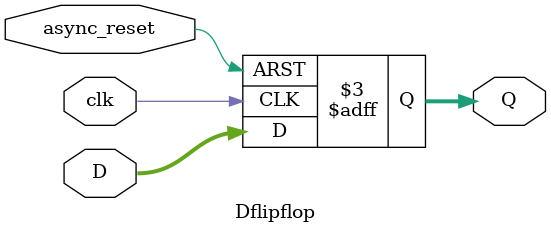
<source format=v>
module Part2(SW,KEY,HEX0,HEX1,HEX2,HEX3,HEX4,HEX5,LEDR);
input [9:0] SW;
input [1:0] KEY;
output [6:0] HEX0,HEX1,HEX2,HEX3,HEX4,HEX5;
output [9:0] LEDR;

wire clock,key0;
wire [9:0] pass;
wire [6:0] z5,z4,z3,z2,z1,z0;
wire[1:0] c1,c2;

reg reset;

assign clock = ~KEY[1];
assign key0 = ~KEY[0];
assign pass[9:0] = SW[9:0];

assign LEDR[0] = reset;
assign LEDR[1] = clock;

always @(posedge key0)
begin
reset <= ~reset;
end


compute com1(clock,pass,reset,c1);

Dflipflop dff1(c1,clock,reset,c2);
decoder5 d1(c2,z5);
decoder4 d2(c2,z4);
decoder3 d3(c2,z3);
decoder2 d4(c2,z2);
decoder1 d5(c2,z1);
decoder0 d6(c2,z0);

assign HEX5 = z5;
assign HEX4 = z4;
assign HEX3 = z3;
assign HEX2 = z2;
assign HEX1 = z1;
assign HEX0 = z0;

endmodule

module compute(clock,pass,reset,c);
input clock,reset;
input[9:0] pass;
output [1:0] c;


reg [1:0] c;
reg [9:0] password = 10'b1010101010;
always @(posedge clock or posedge reset)
begin 

	//if (reset)
	//c<= 2'b00;
	//else 
	begin
		case (pass)
		10'b1010101010 :begin      	//Hexadecimal d
		if (reset)
		c<= 2'b00;// 00 - LOCKED 01- UNLOCk 10-ALARM
		else 
		c<= 2'b01;
		end
		
		default :
		begin
		if (reset)
		c<=2'b00;
		else
		c<= 2'b10; 
		end
		endcase
	end
end


endmodule

module decoder5 (bcd,z);
input [1:0] bcd;
output [6:0] z;

reg [6:0] z;
always @ (*)
case (bcd)
2'b00 :      	//Hexadecimal L
z = 7'b1000111;
2'b01 :    		//Hexadecimal U
z = 7'b1000001;
2'b10 :  		// Hexadecimal A
z = 7'b0001000 ; 

endcase
endmodule

module decoder4 (bcd,z);
input [1:0] bcd;
output [6:0] z;

reg [6:0] z;
always @ (*)
case (bcd)
2'b00 :      	//Hexadecimal O
z = 7'b1000000;
2'b01 :    		//Hexadecimal N
z = 7'b0101011;
2'b10 :  		// Hexadecimal L
z = 7'b1000111 ; 

endcase
endmodule  

module decoder3 (bcd,z);
input [1:0] bcd;
output [6:0] z;

reg [6:0] z;
always @ (*)
case (bcd)
2'b00 :      	//Hexadecimal C
z = 7'b1000110;
2'b01 :    		//Hexadecimal L
z = 7'b1000111;
2'b10 :  		// Hexadecimal A
z = 7'b0001000 ; 

endcase
endmodule 

module decoder2 (bcd,z);
input [1:0] bcd;
output [6:0] z;

reg [6:0] z;
always @ (*)
case (bcd)
2'b00 :      	//Hexadecimal K
z = 7'b0001001;
2'b01 :    		//Hexadecimal O
z = 7'b1000000;
2'b10 :  		// Hexadecimal R
z = 7'b0101111 ; 

endcase
endmodule 

module decoder1 (bcd,z);
input [1:0] bcd;
output [6:0] z;

reg [6:0] z;
always @ (*)
case (bcd)
2'b00 :      	//Hexadecimal E
z = 7'b0000110;
2'b01 :    		//Hexadecimal C
z = 7'b1000110;
2'b10 :  		// Hexadecimal M
z = 7'b0110000 ; 

endcase
endmodule 

module decoder0 (bcd,z);
input [1:0] bcd;
output [6:0] z;

reg [6:0] z;
always @ (*)
case (bcd)
2'b00 :      	//Hexadecimal D
z = 7'b0100001;
2'b01 :    		//Hexadecimal K
z = 7'b0001001;
2'b10 :  		// Hexadecimal -
z = 7'b1111111 ; 

endcase
endmodule 

module Dflipflop(D,clk,async_reset,Q);
input [1:0] D; // Data input 
input clk; // clock input 
input async_reset; // asynchronous reset high level
output reg [1:0]Q; // output Q 
always @(posedge clk or posedge async_reset) 
begin
 if(async_reset==1'b1)
  Q <= 2'b0; 
 else 
  Q <= D; 
end 
endmodule

</source>
